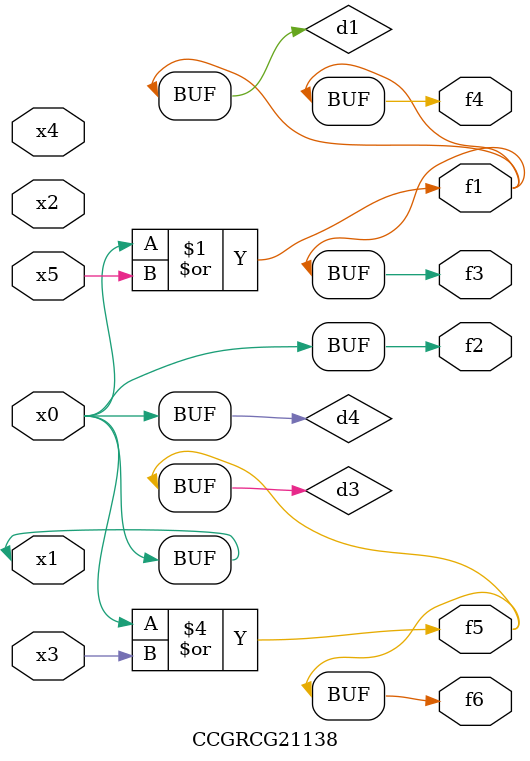
<source format=v>
module CCGRCG21138(
	input x0, x1, x2, x3, x4, x5,
	output f1, f2, f3, f4, f5, f6
);

	wire d1, d2, d3, d4;

	or (d1, x0, x5);
	xnor (d2, x1, x4);
	or (d3, x0, x3);
	buf (d4, x0, x1);
	assign f1 = d1;
	assign f2 = d4;
	assign f3 = d1;
	assign f4 = d1;
	assign f5 = d3;
	assign f6 = d3;
endmodule

</source>
